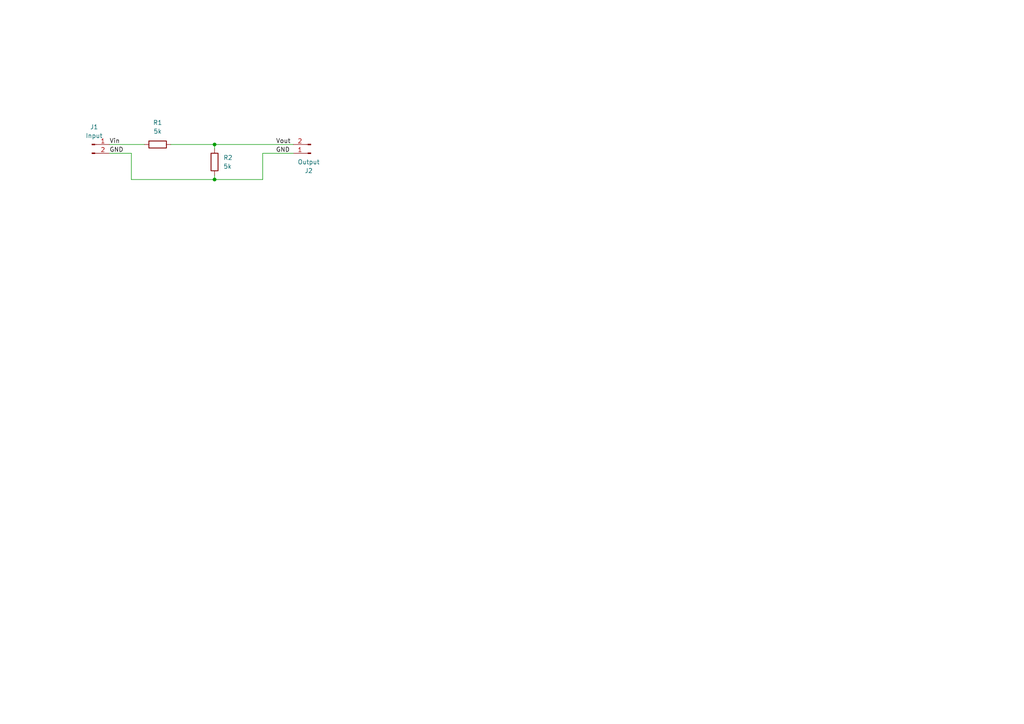
<source format=kicad_sch>
(kicad_sch (version 20250114) (generator "eeschema") (generator_version "9.0")
  (paper "A4")
  (lib_symbols
    (symbol "Connector:Conn_01x02_Pin" (pin_names (offset 1.016) (hide yes))
      (property "Reference" "J" (at 0 2.54 0))
      (property "Value" "Conn_01x02_Pin" (at 0 -5.08 0))
      (symbol "Conn_01x02_Pin_1_1"
        (rectangle (start 0.8636 0.127) (end 0 -0.127) (stroke (width 0.1524)) (fill (type outline)))
        (rectangle (start 0.8636 -2.413) (end 0 -2.667) (stroke (width 0.1524)) (fill (type outline)))
        (polyline (pts (xy 1.27 0) (xy 0.8636 0)) (stroke (width 0.1524)))
        (polyline (pts (xy 1.27 -2.54) (xy 0.8636 -2.54)) (stroke (width 0.1524)))
        (pin passive line (at 5.08 0 180) (length 3.81) (name "Pin_1") (number "1"))
        (pin passive line (at 5.08 -2.54 180) (length 3.81) (name "Pin_2") (number "2"))
      )
    )
    (symbol "Device:R" (pin_numbers (hide yes)) (pin_names (offset 0))
      (property "Reference" "R" (at 2.032 0 90))
      (property "Value" "R" (at 0 0 90))
      (symbol "R_0_1"
        (rectangle (start -1.016 -2.54) (end 1.016 2.54) (stroke (width 0.254)))
      )
      (symbol "R_1_1"
        (pin passive line (at 0 3.81 270) (length 1.27) (name "~") (number "1"))
        (pin passive line (at 0 -3.81 90) (length 1.27) (name "~") (number "2"))
      )
    )
  )
  (junction (at 62.23 41.91))
  (junction (at 62.23 52.07))
  (wire (pts (xy 38.1 52.07) (xy 62.23 52.07)))
  (wire (pts (xy 76.2 44.45) (xy 85.09 44.45)))
  (wire (pts (xy 31.75 44.45) (xy 38.1 44.45)))
  (wire (pts (xy 49.53 41.91) (xy 62.23 41.91)))
  (wire (pts (xy 62.23 41.91) (xy 85.09 41.91)))
  (wire (pts (xy 76.2 52.07) (xy 76.2 44.45)))
  (wire (pts (xy 62.23 41.91) (xy 62.23 43.18)))
  (wire (pts (xy 31.75 41.91) (xy 41.91 41.91)))
  (wire (pts (xy 38.1 44.45) (xy 38.1 52.07)))
  (wire (pts (xy 62.23 50.8) (xy 62.23 52.07)))
  (wire (pts (xy 62.23 52.07) (xy 76.2 52.07)))
  (label "GND" (at 80.01 44.45 0))
  (label "Vin" (at 31.75 41.91 0))
  (label "Vout" (at 80.01 41.91 0))
  (label "GND" (at 31.75 44.45 0))
  (symbol (lib_id "Device:R") (at 45.72 41.91 90) (unit 1)
    (property "Reference" "R1" (at 45.72 35.56 90))
    (property "Value" "5k" (at 45.72 38.1 90))
    (property "Footprint" "Resistor_SMD:R_1206_3216Metric_Pad1.30x1.75mm_HandSolder" (effects (hide yes)))
    (property "Description" "Resistor" (effects (hide yes)))
  )
  (symbol (lib_id "Connector:Conn_01x02_Pin") (at 90.17 44.45 180) (unit 1)
    (property "Reference" "J2" (at 89.535 49.53 0))
    (property "Value" "Output" (at 89.535 46.99 0))
    (property "Footprint" "Connector:Banana_Jack_2Pin" (effects (hide yes)))
    (property "Description" "Generic connector, single row, 01x02, script generated" (effects (hide yes)))
  )
  (symbol (lib_id "Connector:Conn_01x02_Pin") (at 26.67 41.91 0) (unit 1)
    (property "Reference" "J1" (at 27.305 36.83 0))
    (property "Value" "Input" (at 27.305 39.37 0))
    (property "Footprint" "Connector:Banana_Jack_2Pin" (effects (hide yes)))
    (property "Description" "Generic connector, single row, 01x02, script generated" (effects (hide yes)))
  )
  (symbol (lib_id "Device:R") (at 62.23 46.99 0) (unit 1)
    (property "Reference" "R2" (at 64.77 45.7199 0) (effects (justify left)))
    (property "Value" "5k" (at 64.77 48.2599 0) (effects (justify left)))
    (property "Footprint" "Resistor_SMD:R_1206_3216Metric_Pad1.30x1.75mm_HandSolder" (effects (hide yes)))
    (property "Description" "Resistor" (effects (hide yes)))
  )
)
</source>
